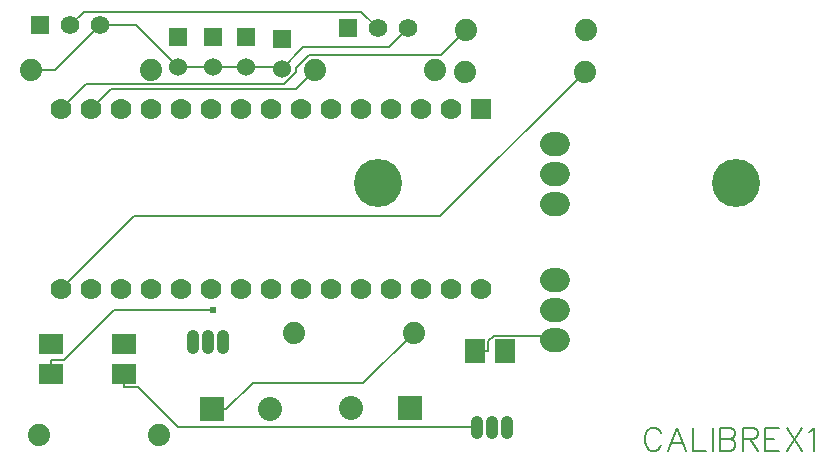
<source format=gtl>
G04 Layer: TopLayer*
G04 EasyEDA v5.9.42, Mon, 25 Mar 2019 11:55:45 GMT*
G04 b1db4e5ec28044f985901455ebfe0152*
G04 Gerber Generator version 0.2*
G04 Scale: 100 percent, Rotated: No, Reflected: No *
G04 Dimensions in millimeters *
G04 leading zeros omitted , absolute positions ,3 integer and 3 decimal *
%FSLAX33Y33*%
%MOMM*%
G90*
G71D02*

%ADD11C,0.152400*%
%ADD12C,0.203200*%
%ADD13C,0.609600*%
%ADD14R,1.778000X1.778000*%
%ADD15C,1.778000*%
%ADD16C,1.879600*%
%ADD17R,1.524000X1.524000*%
%ADD18C,1.524000*%
%ADD19C,1.574800*%
%ADD20R,1.574800X1.574800*%
%ADD21R,1.999996X1.799996*%
%ADD22R,2.032000X2.032000*%
%ADD23C,2.032000*%
%ADD24R,1.799996X1.999996*%
%ADD25C,4.064000*%
%ADD26C,0.999998*%

%LPD*%
G54D11*
G01X3195Y7106D02*
G01X3195Y8237D01*
G01X3195Y8237D02*
G01X4325Y8237D01*
G01X8587Y12499D01*
G01X16916Y12499D01*
G01X25527Y32766D02*
G01X23954Y31193D01*
G01X8333Y31193D01*
G01X6604Y29464D01*
G01X38354Y36195D02*
G01X36238Y34079D01*
G01X25082Y34079D01*
G01X23942Y32938D01*
G01X23942Y32616D01*
G01X22918Y31595D01*
G01X6195Y31595D01*
G01X4064Y29464D01*
G01X13970Y33020D02*
G01X10414Y36576D01*
G01X7366Y36576D01*
G01X16891Y33020D02*
G01X13970Y33020D01*
G01X39110Y8996D02*
G01X40241Y8996D01*
G01X45847Y9906D02*
G01X45440Y10312D01*
G01X40708Y10312D01*
G01X40241Y9845D01*
G01X40241Y8996D01*
G01X22733Y32893D02*
G01X24561Y34721D01*
G01X31800Y34721D01*
G01X33401Y36322D01*
G01X7366Y36576D02*
G01X3556Y32766D01*
G01X1524Y32766D01*
G01X19685Y33020D02*
G01X22606Y33020D01*
G01X22733Y32893D01*
G01X16891Y33020D02*
G01X19685Y33020D01*
G01X48387Y32639D02*
G01X36172Y20424D01*
G01X10264Y20424D01*
G01X4064Y14224D01*
G01X16814Y4064D02*
G01X18061Y4064D01*
G01X18061Y4064D02*
G01X20281Y6283D01*
G01X29651Y6283D01*
G01X33909Y10541D01*
G01X9418Y7106D02*
G01X9418Y5976D01*
G01X9418Y5976D02*
G01X10548Y5976D01*
G01X13985Y2540D01*
G01X39243Y2540D01*
G01X30861Y36322D02*
G01X29456Y37726D01*
G01X5976Y37726D01*
G01X4826Y36576D01*
G54D12*
G01X54851Y2044D02*
G01X54759Y2227D01*
G01X54574Y2413D01*
G01X54391Y2504D01*
G01X54020Y2504D01*
G01X53835Y2413D01*
G01X53652Y2227D01*
G01X53558Y2044D01*
G01X53467Y1765D01*
G01X53467Y1305D01*
G01X53558Y1028D01*
G01X53652Y843D01*
G01X53835Y657D01*
G01X54020Y566D01*
G01X54391Y566D01*
G01X54574Y657D01*
G01X54759Y843D01*
G01X54851Y1028D01*
G01X56200Y2504D02*
G01X55460Y566D01*
G01X56200Y2504D02*
G01X56939Y566D01*
G01X55740Y1211D02*
G01X56662Y1211D01*
G01X57548Y2504D02*
G01X57548Y566D01*
G01X57548Y566D02*
G01X58658Y566D01*
G01X59268Y2504D02*
G01X59268Y566D01*
G01X59877Y2504D02*
G01X59877Y566D01*
G01X59877Y2504D02*
G01X60708Y2504D01*
G01X60985Y2413D01*
G01X61076Y2321D01*
G01X61170Y2136D01*
G01X61170Y1950D01*
G01X61076Y1765D01*
G01X60985Y1673D01*
G01X60708Y1582D01*
G01X59877Y1582D02*
G01X60708Y1582D01*
G01X60985Y1488D01*
G01X61076Y1397D01*
G01X61170Y1211D01*
G01X61170Y934D01*
G01X61076Y749D01*
G01X60985Y657D01*
G01X60708Y566D01*
G01X59877Y566D01*
G01X61780Y2504D02*
G01X61780Y566D01*
G01X61780Y2504D02*
G01X62611Y2504D01*
G01X62887Y2413D01*
G01X62979Y2321D01*
G01X63073Y2136D01*
G01X63073Y1950D01*
G01X62979Y1765D01*
G01X62887Y1673D01*
G01X62611Y1582D01*
G01X61780Y1582D01*
G01X62425Y1582D02*
G01X63073Y566D01*
G01X63682Y2504D02*
G01X63682Y566D01*
G01X63682Y2504D02*
G01X64884Y2504D01*
G01X63682Y1582D02*
G01X64422Y1582D01*
G01X63682Y566D02*
G01X64884Y566D01*
G01X65493Y2504D02*
G01X66786Y566D01*
G01X66786Y2504D02*
G01X65493Y566D01*
G01X67396Y2136D02*
G01X67579Y2227D01*
G01X67856Y2504D01*
G01X67856Y566D01*
G54D14*
G01X39624Y29464D03*
G54D15*
G01X37084Y29464D03*
G01X34544Y29464D03*
G01X32004Y29464D03*
G01X29464Y29464D03*
G01X26924Y29464D03*
G01X24384Y29464D03*
G01X21844Y29464D03*
G01X19304Y29464D03*
G01X16764Y29464D03*
G01X14224Y29464D03*
G01X11684Y29464D03*
G01X9144Y29464D03*
G01X6604Y29464D03*
G01X4064Y29464D03*
G01X39624Y14224D03*
G01X37084Y14224D03*
G01X34544Y14224D03*
G01X32004Y14224D03*
G01X29464Y14224D03*
G01X26924Y14224D03*
G01X24384Y14224D03*
G01X21844Y14224D03*
G01X19304Y14224D03*
G01X16764Y14224D03*
G01X14224Y14224D03*
G01X11684Y14224D03*
G01X9144Y14224D03*
G01X6604Y14224D03*
G01X4064Y14224D03*
G54D16*
G01X2159Y1905D03*
G01X12319Y1905D03*
G01X38354Y36195D03*
G01X48514Y36195D03*
G01X38227Y32639D03*
G01X48387Y32639D03*
G01X23749Y10541D03*
G01X33909Y10541D03*
G01X1524Y32766D03*
G01X11684Y32766D03*
G54D17*
G01X22733Y35433D03*
G54D18*
G01X22733Y32893D03*
G54D17*
G01X19685Y35560D03*
G54D18*
G01X19685Y33020D03*
G54D17*
G01X16891Y35560D03*
G54D18*
G01X16891Y33020D03*
G54D17*
G01X13970Y35560D03*
G54D18*
G01X13970Y33020D03*
G54D19*
G01X7366Y36576D03*
G01X4826Y36576D03*
G54D20*
G01X2286Y36576D03*
G54D19*
G01X33401Y36322D03*
G01X30861Y36322D03*
G54D20*
G01X28321Y36322D03*
G54D21*
G01X9418Y7105D03*
G01X9418Y9645D03*
G54D16*
G01X25527Y32766D03*
G01X35687Y32766D03*
G54D21*
G01X3195Y7105D03*
G01X3195Y9645D03*
G54D22*
G01X16814Y4064D03*
G54D23*
G01X21793Y4064D03*
G54D22*
G01X33604Y4191D03*
G54D23*
G01X28625Y4191D03*
G54D24*
G01X39109Y8996D03*
G01X41649Y8996D03*
G54D25*
G01X30861Y23241D03*
G01X61214Y23241D03*
G54D13*
G01X16916Y12499D03*
G54D23*
G01X46101Y24003D02*
G01X45593Y24003D01*
G01X46101Y21463D02*
G01X45593Y21463D01*
G01X46101Y26543D02*
G01X45593Y26543D01*
G01X46101Y12446D02*
G01X45593Y12446D01*
G01X46101Y9906D02*
G01X45593Y9906D01*
G01X46101Y14986D02*
G01X45593Y14986D01*
G54D26*
G01X15240Y10278D02*
G01X15240Y9279D01*
G01X16510Y10278D02*
G01X16510Y9279D01*
G01X17780Y10278D02*
G01X17780Y9279D01*
G01X39243Y3039D02*
G01X39243Y2040D01*
G01X40513Y3039D02*
G01X40513Y2040D01*
G01X41783Y3039D02*
G01X41783Y2040D01*
M00*
M02*

</source>
